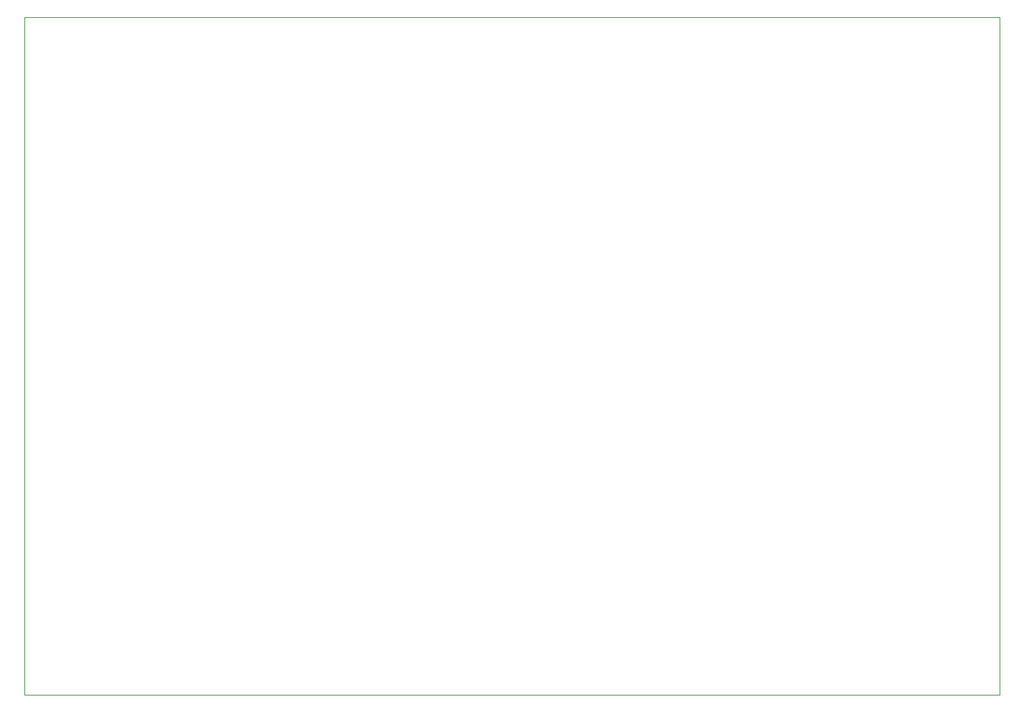
<source format=gbr>
%TF.GenerationSoftware,KiCad,Pcbnew,9.0.4*%
%TF.CreationDate,2025-12-21T10:21:05+05:30*%
%TF.ProjectId,RideOnV2Schematic,52696465-4f6e-4563-9253-6368656d6174,rev?*%
%TF.SameCoordinates,Original*%
%TF.FileFunction,Profile,NP*%
%FSLAX46Y46*%
G04 Gerber Fmt 4.6, Leading zero omitted, Abs format (unit mm)*
G04 Created by KiCad (PCBNEW 9.0.4) date 2025-12-21 10:21:05*
%MOMM*%
%LPD*%
G01*
G04 APERTURE LIST*
%TA.AperFunction,Profile*%
%ADD10C,0.050000*%
%TD*%
G04 APERTURE END LIST*
D10*
X80000000Y-36000000D02*
X195000000Y-36000000D01*
X195000000Y-116000000D01*
X80000000Y-116000000D01*
X80000000Y-36000000D01*
M02*

</source>
